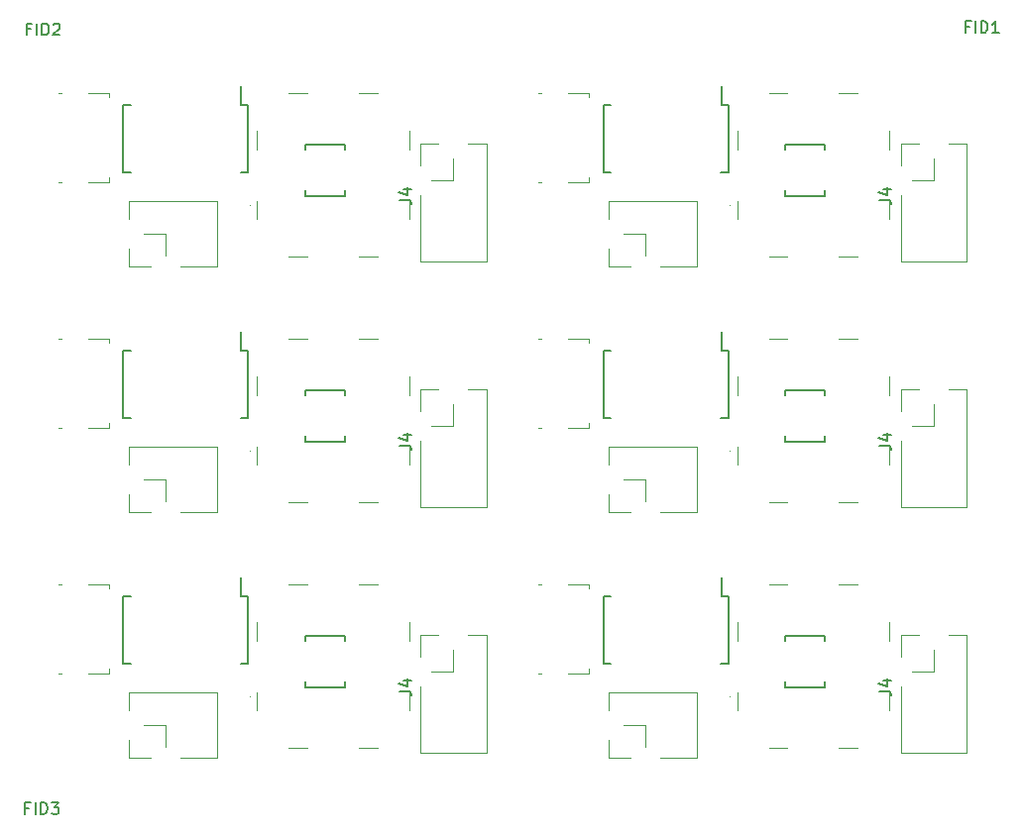
<source format=gbr>
G04 #@! TF.GenerationSoftware,KiCad,Pcbnew,5.0.2-bee76a0~70~ubuntu18.04.1*
G04 #@! TF.CreationDate,2020-02-26T15:26:05+01:00*
G04 #@! TF.ProjectId,output.rs485_usb_adapter_panel,6f757470-7574-42e7-9273-3438355f7573,rev?*
G04 #@! TF.SameCoordinates,Original*
G04 #@! TF.FileFunction,Legend,Top*
G04 #@! TF.FilePolarity,Positive*
%FSLAX46Y46*%
G04 Gerber Fmt 4.6, Leading zero omitted, Abs format (unit mm)*
G04 Created by KiCad (PCBNEW 5.0.2-bee76a0~70~ubuntu18.04.1) date Wed 26 Feb 2020 03:26:05 PM CET*
%MOMM*%
%LPD*%
G01*
G04 APERTURE LIST*
%ADD10C,0.150000*%
%ADD11C,0.120000*%
%ADD12C,0.152400*%
%ADD13C,0.100000*%
G04 APERTURE END LIST*
D10*
G04 #@! TO.C,U2*
X160950000Y-90625000D02*
X160950000Y-89025000D01*
X150875000Y-90625000D02*
X150875000Y-96375000D01*
X161525000Y-90625000D02*
X161525000Y-96375000D01*
X150875000Y-90625000D02*
X151525000Y-90625000D01*
X150875000Y-96375000D02*
X151525000Y-96375000D01*
X161525000Y-96375000D02*
X160875000Y-96375000D01*
X161525000Y-90625000D02*
X160950000Y-90625000D01*
X119950000Y-90625000D02*
X119950000Y-89025000D01*
X109875000Y-90625000D02*
X109875000Y-96375000D01*
X120525000Y-90625000D02*
X120525000Y-96375000D01*
X109875000Y-90625000D02*
X110525000Y-90625000D01*
X109875000Y-96375000D02*
X110525000Y-96375000D01*
X120525000Y-96375000D02*
X119875000Y-96375000D01*
X120525000Y-90625000D02*
X119950000Y-90625000D01*
X160950000Y-69625000D02*
X160950000Y-68025000D01*
X150875000Y-69625000D02*
X150875000Y-75375000D01*
X161525000Y-69625000D02*
X161525000Y-75375000D01*
X150875000Y-69625000D02*
X151525000Y-69625000D01*
X150875000Y-75375000D02*
X151525000Y-75375000D01*
X161525000Y-75375000D02*
X160875000Y-75375000D01*
X161525000Y-69625000D02*
X160950000Y-69625000D01*
X119950000Y-69625000D02*
X119950000Y-68025000D01*
X109875000Y-69625000D02*
X109875000Y-75375000D01*
X120525000Y-69625000D02*
X120525000Y-75375000D01*
X109875000Y-69625000D02*
X110525000Y-69625000D01*
X109875000Y-75375000D02*
X110525000Y-75375000D01*
X120525000Y-75375000D02*
X119875000Y-75375000D01*
X120525000Y-69625000D02*
X119950000Y-69625000D01*
X160950000Y-48625000D02*
X160950000Y-47025000D01*
X150875000Y-48625000D02*
X150875000Y-54375000D01*
X161525000Y-48625000D02*
X161525000Y-54375000D01*
X150875000Y-48625000D02*
X151525000Y-48625000D01*
X150875000Y-54375000D02*
X151525000Y-54375000D01*
X161525000Y-54375000D02*
X160875000Y-54375000D01*
X161525000Y-48625000D02*
X160950000Y-48625000D01*
D11*
G04 #@! TO.C,J2*
X175300000Y-98800000D02*
X175300000Y-100400000D01*
X162300000Y-98800000D02*
X162300000Y-100400000D01*
X175300000Y-92800000D02*
X175300000Y-94400000D01*
X162300000Y-92800000D02*
X162300000Y-94400000D01*
X171000000Y-103580000D02*
X172600000Y-103580000D01*
X171000000Y-89620000D02*
X172600000Y-89620000D01*
X165000000Y-103580000D02*
X166600000Y-103580000D01*
X165000000Y-89620000D02*
X166600000Y-89620000D01*
X134300000Y-98800000D02*
X134300000Y-100400000D01*
X121300000Y-98800000D02*
X121300000Y-100400000D01*
X134300000Y-92800000D02*
X134300000Y-94400000D01*
X121300000Y-92800000D02*
X121300000Y-94400000D01*
X130000000Y-103580000D02*
X131600000Y-103580000D01*
X130000000Y-89620000D02*
X131600000Y-89620000D01*
X124000000Y-103580000D02*
X125600000Y-103580000D01*
X124000000Y-89620000D02*
X125600000Y-89620000D01*
X175300000Y-77800000D02*
X175300000Y-79400000D01*
X162300000Y-77800000D02*
X162300000Y-79400000D01*
X175300000Y-71800000D02*
X175300000Y-73400000D01*
X162300000Y-71800000D02*
X162300000Y-73400000D01*
X171000000Y-82580000D02*
X172600000Y-82580000D01*
X171000000Y-68620000D02*
X172600000Y-68620000D01*
X165000000Y-82580000D02*
X166600000Y-82580000D01*
X165000000Y-68620000D02*
X166600000Y-68620000D01*
X134300000Y-77800000D02*
X134300000Y-79400000D01*
X121300000Y-77800000D02*
X121300000Y-79400000D01*
X134300000Y-71800000D02*
X134300000Y-73400000D01*
X121300000Y-71800000D02*
X121300000Y-73400000D01*
X130000000Y-82580000D02*
X131600000Y-82580000D01*
X130000000Y-68620000D02*
X131600000Y-68620000D01*
X124000000Y-82580000D02*
X125600000Y-82580000D01*
X124000000Y-68620000D02*
X125600000Y-68620000D01*
X175300000Y-56800000D02*
X175300000Y-58400000D01*
X162300000Y-56800000D02*
X162300000Y-58400000D01*
X175300000Y-50800000D02*
X175300000Y-52400000D01*
X162300000Y-50800000D02*
X162300000Y-52400000D01*
X171000000Y-61580000D02*
X172600000Y-61580000D01*
X171000000Y-47620000D02*
X172600000Y-47620000D01*
X165000000Y-61580000D02*
X166600000Y-61580000D01*
X165000000Y-47620000D02*
X166600000Y-47620000D01*
D12*
G04 #@! TO.C,U1*
X166423600Y-94015600D02*
X166423600Y-94472800D01*
X169776400Y-94015600D02*
X166423600Y-94015600D01*
X169776400Y-98384400D02*
X169776400Y-97927200D01*
X166423600Y-98384400D02*
X169776400Y-98384400D01*
X166423600Y-97927200D02*
X166423600Y-98384400D01*
X169776400Y-94472800D02*
X169776400Y-94015600D01*
X125423600Y-94015600D02*
X125423600Y-94472800D01*
X128776400Y-94015600D02*
X125423600Y-94015600D01*
X128776400Y-98384400D02*
X128776400Y-97927200D01*
X125423600Y-98384400D02*
X128776400Y-98384400D01*
X125423600Y-97927200D02*
X125423600Y-98384400D01*
X128776400Y-94472800D02*
X128776400Y-94015600D01*
X166423600Y-73015600D02*
X166423600Y-73472800D01*
X169776400Y-73015600D02*
X166423600Y-73015600D01*
X169776400Y-77384400D02*
X169776400Y-76927200D01*
X166423600Y-77384400D02*
X169776400Y-77384400D01*
X166423600Y-76927200D02*
X166423600Y-77384400D01*
X169776400Y-73472800D02*
X169776400Y-73015600D01*
X125423600Y-73015600D02*
X125423600Y-73472800D01*
X128776400Y-73015600D02*
X125423600Y-73015600D01*
X128776400Y-77384400D02*
X128776400Y-76927200D01*
X125423600Y-77384400D02*
X128776400Y-77384400D01*
X125423600Y-76927200D02*
X125423600Y-77384400D01*
X128776400Y-73472800D02*
X128776400Y-73015600D01*
X166423600Y-52015600D02*
X166423600Y-52472800D01*
X169776400Y-52015600D02*
X166423600Y-52015600D01*
X169776400Y-56384400D02*
X169776400Y-55927200D01*
X166423600Y-56384400D02*
X169776400Y-56384400D01*
X166423600Y-55927200D02*
X166423600Y-56384400D01*
X169776400Y-52472800D02*
X169776400Y-52015600D01*
D11*
G04 #@! TO.C,J1*
X145300000Y-89590000D02*
X145560000Y-89590000D01*
X147840000Y-89590000D02*
X149610000Y-89590000D01*
X149610000Y-89590000D02*
X149610000Y-89970000D01*
X149610000Y-97210000D02*
X147840000Y-97210000D01*
X145560000Y-97210000D02*
X145300000Y-97210000D01*
X149610000Y-97210000D02*
X149610000Y-96830000D01*
X104300000Y-89590000D02*
X104560000Y-89590000D01*
X106840000Y-89590000D02*
X108610000Y-89590000D01*
X108610000Y-89590000D02*
X108610000Y-89970000D01*
X108610000Y-97210000D02*
X106840000Y-97210000D01*
X104560000Y-97210000D02*
X104300000Y-97210000D01*
X108610000Y-97210000D02*
X108610000Y-96830000D01*
X145300000Y-68590000D02*
X145560000Y-68590000D01*
X147840000Y-68590000D02*
X149610000Y-68590000D01*
X149610000Y-68590000D02*
X149610000Y-68970000D01*
X149610000Y-76210000D02*
X147840000Y-76210000D01*
X145560000Y-76210000D02*
X145300000Y-76210000D01*
X149610000Y-76210000D02*
X149610000Y-75830000D01*
X104300000Y-68590000D02*
X104560000Y-68590000D01*
X106840000Y-68590000D02*
X108610000Y-68590000D01*
X108610000Y-68590000D02*
X108610000Y-68970000D01*
X108610000Y-76210000D02*
X106840000Y-76210000D01*
X104560000Y-76210000D02*
X104300000Y-76210000D01*
X108610000Y-76210000D02*
X108610000Y-75830000D01*
X145300000Y-47590000D02*
X145560000Y-47590000D01*
X147840000Y-47590000D02*
X149610000Y-47590000D01*
X149610000Y-47590000D02*
X149610000Y-47970000D01*
X149610000Y-55210000D02*
X147840000Y-55210000D01*
X145560000Y-55210000D02*
X145300000Y-55210000D01*
X149610000Y-55210000D02*
X149610000Y-54830000D01*
D13*
G04 #@! TO.C,D2*
X161740000Y-101700000D02*
G75*
G03X161740000Y-101700000I-50000J0D01*
G01*
X120740000Y-101700000D02*
G75*
G03X120740000Y-101700000I-50000J0D01*
G01*
X161740000Y-80700000D02*
G75*
G03X161740000Y-80700000I-50000J0D01*
G01*
X120740000Y-80700000D02*
G75*
G03X120740000Y-80700000I-50000J0D01*
G01*
X161740000Y-59700000D02*
G75*
G03X161740000Y-59700000I-50000J0D01*
G01*
G04 #@! TO.C,D1*
X161740000Y-99200000D02*
G75*
G03X161740000Y-99200000I-50000J0D01*
G01*
X120740000Y-99200000D02*
G75*
G03X120740000Y-99200000I-50000J0D01*
G01*
X161740000Y-78200000D02*
G75*
G03X161740000Y-78200000I-50000J0D01*
G01*
X120740000Y-78200000D02*
G75*
G03X120740000Y-78200000I-50000J0D01*
G01*
X161740000Y-57200000D02*
G75*
G03X161740000Y-57200000I-50000J0D01*
G01*
D11*
G04 #@! TO.C,J3*
X151350000Y-104400000D02*
X151350000Y-102870000D01*
X153195000Y-104400000D02*
X151350000Y-104400000D01*
X154465000Y-101600000D02*
X154465000Y-103470000D01*
X152595000Y-101600000D02*
X154465000Y-101600000D01*
X151350000Y-100330000D02*
X151350000Y-98800000D01*
X151350000Y-98800000D02*
X158850000Y-98800000D01*
X158850000Y-104400000D02*
X158850000Y-98800000D01*
X155735000Y-104400000D02*
X158850000Y-104400000D01*
X110350000Y-104400000D02*
X110350000Y-102870000D01*
X112195000Y-104400000D02*
X110350000Y-104400000D01*
X113465000Y-101600000D02*
X113465000Y-103470000D01*
X111595000Y-101600000D02*
X113465000Y-101600000D01*
X110350000Y-100330000D02*
X110350000Y-98800000D01*
X110350000Y-98800000D02*
X117850000Y-98800000D01*
X117850000Y-104400000D02*
X117850000Y-98800000D01*
X114735000Y-104400000D02*
X117850000Y-104400000D01*
X151350000Y-83400000D02*
X151350000Y-81870000D01*
X153195000Y-83400000D02*
X151350000Y-83400000D01*
X154465000Y-80600000D02*
X154465000Y-82470000D01*
X152595000Y-80600000D02*
X154465000Y-80600000D01*
X151350000Y-79330000D02*
X151350000Y-77800000D01*
X151350000Y-77800000D02*
X158850000Y-77800000D01*
X158850000Y-83400000D02*
X158850000Y-77800000D01*
X155735000Y-83400000D02*
X158850000Y-83400000D01*
X110350000Y-83400000D02*
X110350000Y-81870000D01*
X112195000Y-83400000D02*
X110350000Y-83400000D01*
X113465000Y-80600000D02*
X113465000Y-82470000D01*
X111595000Y-80600000D02*
X113465000Y-80600000D01*
X110350000Y-79330000D02*
X110350000Y-77800000D01*
X110350000Y-77800000D02*
X117850000Y-77800000D01*
X117850000Y-83400000D02*
X117850000Y-77800000D01*
X114735000Y-83400000D02*
X117850000Y-83400000D01*
X151350000Y-62400000D02*
X151350000Y-60870000D01*
X153195000Y-62400000D02*
X151350000Y-62400000D01*
X154465000Y-59600000D02*
X154465000Y-61470000D01*
X152595000Y-59600000D02*
X154465000Y-59600000D01*
X151350000Y-58330000D02*
X151350000Y-56800000D01*
X151350000Y-56800000D02*
X158850000Y-56800000D01*
X158850000Y-62400000D02*
X158850000Y-56800000D01*
X155735000Y-62400000D02*
X158850000Y-62400000D01*
G04 #@! TO.C,J4*
X176270000Y-93925000D02*
X177800000Y-93925000D01*
X176270000Y-95800000D02*
X176270000Y-93925000D01*
X179070000Y-97070000D02*
X177200000Y-97070000D01*
X179070000Y-95200000D02*
X179070000Y-97070000D01*
X180340000Y-93925000D02*
X181870000Y-93925000D01*
X181870000Y-93925000D02*
X181870000Y-104025000D01*
X176270000Y-104025000D02*
X181870000Y-104025000D01*
X176270000Y-98340000D02*
X176270000Y-104025000D01*
X135270000Y-93925000D02*
X136800000Y-93925000D01*
X135270000Y-95800000D02*
X135270000Y-93925000D01*
X138070000Y-97070000D02*
X136200000Y-97070000D01*
X138070000Y-95200000D02*
X138070000Y-97070000D01*
X139340000Y-93925000D02*
X140870000Y-93925000D01*
X140870000Y-93925000D02*
X140870000Y-104025000D01*
X135270000Y-104025000D02*
X140870000Y-104025000D01*
X135270000Y-98340000D02*
X135270000Y-104025000D01*
X176270000Y-72925000D02*
X177800000Y-72925000D01*
X176270000Y-74800000D02*
X176270000Y-72925000D01*
X179070000Y-76070000D02*
X177200000Y-76070000D01*
X179070000Y-74200000D02*
X179070000Y-76070000D01*
X180340000Y-72925000D02*
X181870000Y-72925000D01*
X181870000Y-72925000D02*
X181870000Y-83025000D01*
X176270000Y-83025000D02*
X181870000Y-83025000D01*
X176270000Y-77340000D02*
X176270000Y-83025000D01*
X135270000Y-72925000D02*
X136800000Y-72925000D01*
X135270000Y-74800000D02*
X135270000Y-72925000D01*
X138070000Y-76070000D02*
X136200000Y-76070000D01*
X138070000Y-74200000D02*
X138070000Y-76070000D01*
X139340000Y-72925000D02*
X140870000Y-72925000D01*
X140870000Y-72925000D02*
X140870000Y-83025000D01*
X135270000Y-83025000D02*
X140870000Y-83025000D01*
X135270000Y-77340000D02*
X135270000Y-83025000D01*
X176270000Y-51925000D02*
X177800000Y-51925000D01*
X176270000Y-53800000D02*
X176270000Y-51925000D01*
X179070000Y-55070000D02*
X177200000Y-55070000D01*
X179070000Y-53200000D02*
X179070000Y-55070000D01*
X180340000Y-51925000D02*
X181870000Y-51925000D01*
X181870000Y-51925000D02*
X181870000Y-62025000D01*
X176270000Y-62025000D02*
X181870000Y-62025000D01*
X176270000Y-56340000D02*
X176270000Y-62025000D01*
G04 #@! TO.C,J1*
X108610000Y-55210000D02*
X108610000Y-54830000D01*
X104560000Y-55210000D02*
X104300000Y-55210000D01*
X108610000Y-55210000D02*
X106840000Y-55210000D01*
X108610000Y-47590000D02*
X108610000Y-47970000D01*
X106840000Y-47590000D02*
X108610000Y-47590000D01*
X104300000Y-47590000D02*
X104560000Y-47590000D01*
G04 #@! TO.C,J2*
X124000000Y-47620000D02*
X125600000Y-47620000D01*
X124000000Y-61580000D02*
X125600000Y-61580000D01*
X130000000Y-47620000D02*
X131600000Y-47620000D01*
X130000000Y-61580000D02*
X131600000Y-61580000D01*
X121300000Y-50800000D02*
X121300000Y-52400000D01*
X134300000Y-50800000D02*
X134300000Y-52400000D01*
X121300000Y-56800000D02*
X121300000Y-58400000D01*
X134300000Y-56800000D02*
X134300000Y-58400000D01*
G04 #@! TO.C,J4*
X135270000Y-56340000D02*
X135270000Y-62025000D01*
X135270000Y-62025000D02*
X140870000Y-62025000D01*
X140870000Y-51925000D02*
X140870000Y-62025000D01*
X139340000Y-51925000D02*
X140870000Y-51925000D01*
X138070000Y-53200000D02*
X138070000Y-55070000D01*
X138070000Y-55070000D02*
X136200000Y-55070000D01*
X135270000Y-53800000D02*
X135270000Y-51925000D01*
X135270000Y-51925000D02*
X136800000Y-51925000D01*
D12*
G04 #@! TO.C,U1*
X128776400Y-52472800D02*
X128776400Y-52015600D01*
X125423600Y-55927200D02*
X125423600Y-56384400D01*
X125423600Y-56384400D02*
X128776400Y-56384400D01*
X128776400Y-56384400D02*
X128776400Y-55927200D01*
X128776400Y-52015600D02*
X125423600Y-52015600D01*
X125423600Y-52015600D02*
X125423600Y-52472800D01*
D10*
G04 #@! TO.C,U2*
X120525000Y-48625000D02*
X119950000Y-48625000D01*
X120525000Y-54375000D02*
X119875000Y-54375000D01*
X109875000Y-54375000D02*
X110525000Y-54375000D01*
X109875000Y-48625000D02*
X110525000Y-48625000D01*
X120525000Y-48625000D02*
X120525000Y-54375000D01*
X109875000Y-48625000D02*
X109875000Y-54375000D01*
X119950000Y-48625000D02*
X119950000Y-47025000D01*
D11*
G04 #@! TO.C,J3*
X114735000Y-62400000D02*
X117850000Y-62400000D01*
X117850000Y-62400000D02*
X117850000Y-56800000D01*
X110350000Y-56800000D02*
X117850000Y-56800000D01*
X110350000Y-58330000D02*
X110350000Y-56800000D01*
X111595000Y-59600000D02*
X113465000Y-59600000D01*
X113465000Y-59600000D02*
X113465000Y-61470000D01*
X112195000Y-62400000D02*
X110350000Y-62400000D01*
X110350000Y-62400000D02*
X110350000Y-60870000D01*
D13*
G04 #@! TO.C,D1*
X120740000Y-57200000D02*
G75*
G03X120740000Y-57200000I-50000J0D01*
G01*
G04 #@! TO.C,D2*
X120740000Y-59700000D02*
G75*
G03X120740000Y-59700000I-50000J0D01*
G01*
G04 #@! TO.C,FID3*
D10*
X101828571Y-108728571D02*
X101495238Y-108728571D01*
X101495238Y-109252380D02*
X101495238Y-108252380D01*
X101971428Y-108252380D01*
X102352380Y-109252380D02*
X102352380Y-108252380D01*
X102828571Y-109252380D02*
X102828571Y-108252380D01*
X103066666Y-108252380D01*
X103209523Y-108300000D01*
X103304761Y-108395238D01*
X103352380Y-108490476D01*
X103400000Y-108680952D01*
X103400000Y-108823809D01*
X103352380Y-109014285D01*
X103304761Y-109109523D01*
X103209523Y-109204761D01*
X103066666Y-109252380D01*
X102828571Y-109252380D01*
X103733333Y-108252380D02*
X104352380Y-108252380D01*
X104019047Y-108633333D01*
X104161904Y-108633333D01*
X104257142Y-108680952D01*
X104304761Y-108728571D01*
X104352380Y-108823809D01*
X104352380Y-109061904D01*
X104304761Y-109157142D01*
X104257142Y-109204761D01*
X104161904Y-109252380D01*
X103876190Y-109252380D01*
X103780952Y-109204761D01*
X103733333Y-109157142D01*
G04 #@! TO.C,FID2*
X101928571Y-42128571D02*
X101595238Y-42128571D01*
X101595238Y-42652380D02*
X101595238Y-41652380D01*
X102071428Y-41652380D01*
X102452380Y-42652380D02*
X102452380Y-41652380D01*
X102928571Y-42652380D02*
X102928571Y-41652380D01*
X103166666Y-41652380D01*
X103309523Y-41700000D01*
X103404761Y-41795238D01*
X103452380Y-41890476D01*
X103500000Y-42080952D01*
X103500000Y-42223809D01*
X103452380Y-42414285D01*
X103404761Y-42509523D01*
X103309523Y-42604761D01*
X103166666Y-42652380D01*
X102928571Y-42652380D01*
X103880952Y-41747619D02*
X103928571Y-41700000D01*
X104023809Y-41652380D01*
X104261904Y-41652380D01*
X104357142Y-41700000D01*
X104404761Y-41747619D01*
X104452380Y-41842857D01*
X104452380Y-41938095D01*
X104404761Y-42080952D01*
X103833333Y-42652380D01*
X104452380Y-42652380D01*
G04 #@! TO.C,J4*
X174431880Y-98720833D02*
X175146166Y-98720833D01*
X175289023Y-98768452D01*
X175384261Y-98863690D01*
X175431880Y-99006547D01*
X175431880Y-99101785D01*
X174765214Y-97816071D02*
X175431880Y-97816071D01*
X174384261Y-98054166D02*
X175098547Y-98292261D01*
X175098547Y-97673214D01*
X133431880Y-98720833D02*
X134146166Y-98720833D01*
X134289023Y-98768452D01*
X134384261Y-98863690D01*
X134431880Y-99006547D01*
X134431880Y-99101785D01*
X133765214Y-97816071D02*
X134431880Y-97816071D01*
X133384261Y-98054166D02*
X134098547Y-98292261D01*
X134098547Y-97673214D01*
X174431880Y-77720833D02*
X175146166Y-77720833D01*
X175289023Y-77768452D01*
X175384261Y-77863690D01*
X175431880Y-78006547D01*
X175431880Y-78101785D01*
X174765214Y-76816071D02*
X175431880Y-76816071D01*
X174384261Y-77054166D02*
X175098547Y-77292261D01*
X175098547Y-76673214D01*
X133431880Y-77720833D02*
X134146166Y-77720833D01*
X134289023Y-77768452D01*
X134384261Y-77863690D01*
X134431880Y-78006547D01*
X134431880Y-78101785D01*
X133765214Y-76816071D02*
X134431880Y-76816071D01*
X133384261Y-77054166D02*
X134098547Y-77292261D01*
X134098547Y-76673214D01*
X174431880Y-56720833D02*
X175146166Y-56720833D01*
X175289023Y-56768452D01*
X175384261Y-56863690D01*
X175431880Y-57006547D01*
X175431880Y-57101785D01*
X174765214Y-55816071D02*
X175431880Y-55816071D01*
X174384261Y-56054166D02*
X175098547Y-56292261D01*
X175098547Y-55673214D01*
X133431880Y-56720833D02*
X134146166Y-56720833D01*
X134289023Y-56768452D01*
X134384261Y-56863690D01*
X134431880Y-57006547D01*
X134431880Y-57101785D01*
X133765214Y-55816071D02*
X134431880Y-55816071D01*
X133384261Y-56054166D02*
X134098547Y-56292261D01*
X134098547Y-55673214D01*
G04 #@! TO.C,FID1*
X182128571Y-41928571D02*
X181795238Y-41928571D01*
X181795238Y-42452380D02*
X181795238Y-41452380D01*
X182271428Y-41452380D01*
X182652380Y-42452380D02*
X182652380Y-41452380D01*
X183128571Y-42452380D02*
X183128571Y-41452380D01*
X183366666Y-41452380D01*
X183509523Y-41500000D01*
X183604761Y-41595238D01*
X183652380Y-41690476D01*
X183700000Y-41880952D01*
X183700000Y-42023809D01*
X183652380Y-42214285D01*
X183604761Y-42309523D01*
X183509523Y-42404761D01*
X183366666Y-42452380D01*
X183128571Y-42452380D01*
X184652380Y-42452380D02*
X184080952Y-42452380D01*
X184366666Y-42452380D02*
X184366666Y-41452380D01*
X184271428Y-41595238D01*
X184176190Y-41690476D01*
X184080952Y-41738095D01*
G04 #@! TO.C,*
G04 #@! TD*
M02*

</source>
